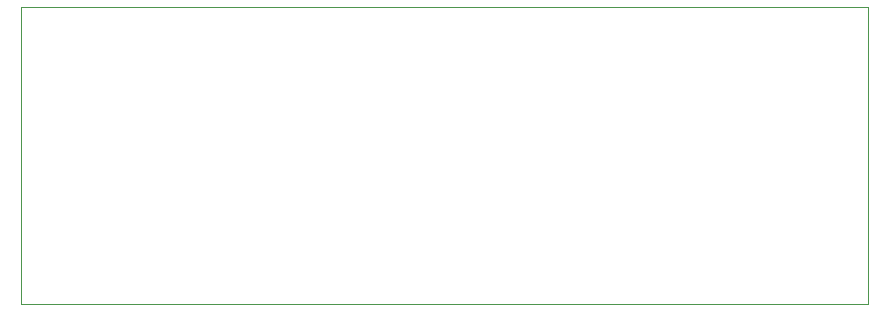
<source format=gbr>
G04 #@! TF.GenerationSoftware,KiCad,Pcbnew,8.0.4*
G04 #@! TF.CreationDate,2024-11-02T15:19:06-05:00*
G04 #@! TF.ProjectId,megaduck,6d656761-6475-4636-9b2e-6b696361645f,v1.0*
G04 #@! TF.SameCoordinates,Original*
G04 #@! TF.FileFunction,Profile,NP*
%FSLAX46Y46*%
G04 Gerber Fmt 4.6, Leading zero omitted, Abs format (unit mm)*
G04 Created by KiCad (PCBNEW 8.0.4) date 2024-11-02 15:19:06*
%MOMM*%
%LPD*%
G01*
G04 APERTURE LIST*
G04 #@! TA.AperFunction,Profile*
%ADD10C,0.050000*%
G04 #@! TD*
G04 APERTURE END LIST*
D10*
X118398800Y-21470400D02*
X112242600Y-21470400D01*
X124444000Y-46616400D02*
X124317000Y-46616400D01*
X177834800Y-46616400D02*
X172069000Y-46616400D01*
X177834800Y-46616400D02*
X183946800Y-46616400D01*
X118398800Y-21470400D02*
X177834800Y-21470400D01*
X118398800Y-46616400D02*
X124317000Y-46616400D01*
X177834800Y-21470400D02*
X183946800Y-21470400D01*
X124444000Y-46616400D02*
X172069000Y-46616400D01*
X183946800Y-21470400D02*
X183946800Y-46616400D01*
X118398800Y-46616400D02*
X112242600Y-46616400D01*
X112242600Y-21470400D02*
X112242600Y-46616400D01*
M02*

</source>
